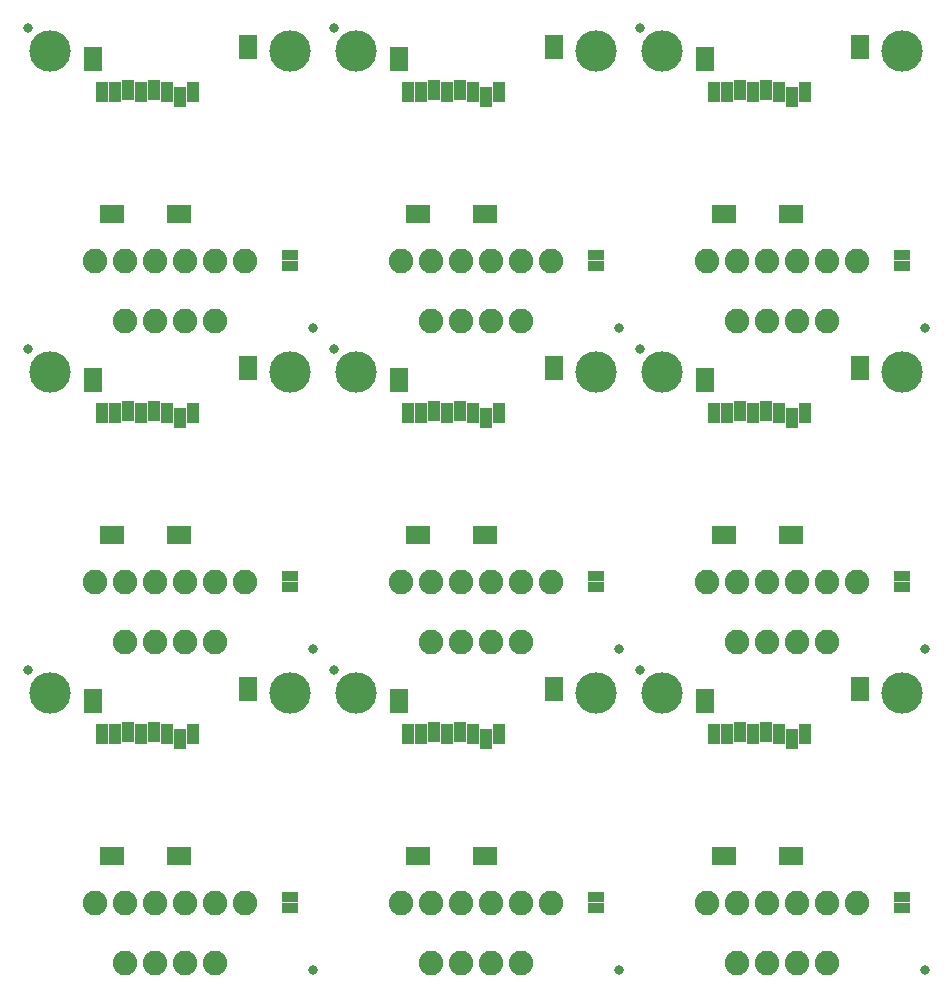
<source format=gbs>
G75*
%MOIN*%
%OFA0B0*%
%FSLAX25Y25*%
%IPPOS*%
%LPD*%
%AMOC8*
5,1,8,0,0,1.08239X$1,22.5*
%
%ADD10R,0.07887X0.06312*%
%ADD11R,0.03950X0.06706*%
%ADD12R,0.06312X0.08280*%
%ADD13C,0.03300*%
%ADD14C,0.08200*%
%ADD15R,0.05800X0.03300*%
%ADD16C,0.13800*%
D10*
X0057071Y0067075D03*
X0079512Y0067075D03*
X0159071Y0067075D03*
X0181512Y0067075D03*
X0261071Y0067075D03*
X0283512Y0067075D03*
X0283512Y0174075D03*
X0261071Y0174075D03*
X0181512Y0174075D03*
X0159071Y0174075D03*
X0079512Y0174075D03*
X0057071Y0174075D03*
X0057071Y0281075D03*
X0079512Y0281075D03*
X0159071Y0281075D03*
X0181512Y0281075D03*
X0261071Y0281075D03*
X0283512Y0281075D03*
D11*
X0283866Y0320051D03*
X0279535Y0321626D03*
X0275205Y0322413D03*
X0270874Y0321626D03*
X0266543Y0322413D03*
X0262213Y0321626D03*
X0257882Y0321626D03*
X0288197Y0321626D03*
X0186197Y0321626D03*
X0181866Y0320051D03*
X0177535Y0321626D03*
X0173205Y0322413D03*
X0168874Y0321626D03*
X0164543Y0322413D03*
X0160213Y0321626D03*
X0155882Y0321626D03*
X0084197Y0321626D03*
X0079866Y0320051D03*
X0075535Y0321626D03*
X0071205Y0322413D03*
X0066874Y0321626D03*
X0062543Y0322413D03*
X0058213Y0321626D03*
X0053882Y0321626D03*
X0062543Y0215413D03*
X0058213Y0214626D03*
X0053882Y0214626D03*
X0066874Y0214626D03*
X0071205Y0215413D03*
X0075535Y0214626D03*
X0079866Y0213051D03*
X0084197Y0214626D03*
X0155882Y0214626D03*
X0160213Y0214626D03*
X0164543Y0215413D03*
X0168874Y0214626D03*
X0173205Y0215413D03*
X0177535Y0214626D03*
X0181866Y0213051D03*
X0186197Y0214626D03*
X0257882Y0214626D03*
X0262213Y0214626D03*
X0266543Y0215413D03*
X0270874Y0214626D03*
X0275205Y0215413D03*
X0279535Y0214626D03*
X0283866Y0213051D03*
X0288197Y0214626D03*
X0275205Y0108413D03*
X0279535Y0107626D03*
X0283866Y0106051D03*
X0288197Y0107626D03*
X0270874Y0107626D03*
X0266543Y0108413D03*
X0262213Y0107626D03*
X0257882Y0107626D03*
X0186197Y0107626D03*
X0181866Y0106051D03*
X0177535Y0107626D03*
X0173205Y0108413D03*
X0168874Y0107626D03*
X0164543Y0108413D03*
X0160213Y0107626D03*
X0155882Y0107626D03*
X0084197Y0107626D03*
X0079866Y0106051D03*
X0075535Y0107626D03*
X0071205Y0108413D03*
X0066874Y0107626D03*
X0062543Y0108413D03*
X0058213Y0107626D03*
X0053882Y0107626D03*
D12*
X0050772Y0118846D03*
X0102543Y0122783D03*
X0152772Y0118846D03*
X0204543Y0122783D03*
X0254772Y0118846D03*
X0306543Y0122783D03*
X0254772Y0225846D03*
X0204543Y0229783D03*
X0152772Y0225846D03*
X0102543Y0229783D03*
X0050772Y0225846D03*
X0050772Y0332846D03*
X0102543Y0336783D03*
X0152772Y0332846D03*
X0204543Y0336783D03*
X0254772Y0332846D03*
X0306543Y0336783D03*
X0306543Y0229783D03*
D13*
X0328000Y0243000D03*
X0233000Y0236000D03*
X0226000Y0243000D03*
X0131000Y0236000D03*
X0124000Y0243000D03*
X0029000Y0236000D03*
X0124000Y0136000D03*
X0131000Y0129000D03*
X0226000Y0136000D03*
X0233000Y0129000D03*
X0328000Y0136000D03*
X0328000Y0029000D03*
X0226000Y0029000D03*
X0124000Y0029000D03*
X0029000Y0129000D03*
X0029000Y0343000D03*
X0131000Y0343000D03*
X0233000Y0343000D03*
D14*
X0051500Y0051500D03*
X0061500Y0051500D03*
X0071500Y0051500D03*
X0081500Y0051500D03*
X0091500Y0051500D03*
X0101500Y0051500D03*
X0091500Y0031500D03*
X0081500Y0031500D03*
X0071500Y0031500D03*
X0061500Y0031500D03*
X0153500Y0051500D03*
X0163500Y0051500D03*
X0173500Y0051500D03*
X0183500Y0051500D03*
X0193500Y0051500D03*
X0203500Y0051500D03*
X0193500Y0031500D03*
X0183500Y0031500D03*
X0173500Y0031500D03*
X0163500Y0031500D03*
X0255500Y0051500D03*
X0265500Y0051500D03*
X0275500Y0051500D03*
X0285500Y0051500D03*
X0295500Y0051500D03*
X0305500Y0051500D03*
X0295500Y0031500D03*
X0285500Y0031500D03*
X0275500Y0031500D03*
X0265500Y0031500D03*
X0265500Y0138500D03*
X0275500Y0138500D03*
X0285500Y0138500D03*
X0295500Y0138500D03*
X0295500Y0158500D03*
X0305500Y0158500D03*
X0285500Y0158500D03*
X0275500Y0158500D03*
X0265500Y0158500D03*
X0255500Y0158500D03*
X0203500Y0158500D03*
X0193500Y0158500D03*
X0183500Y0158500D03*
X0173500Y0158500D03*
X0163500Y0158500D03*
X0153500Y0158500D03*
X0163500Y0138500D03*
X0173500Y0138500D03*
X0183500Y0138500D03*
X0193500Y0138500D03*
X0101500Y0158500D03*
X0091500Y0158500D03*
X0081500Y0158500D03*
X0071500Y0158500D03*
X0061500Y0158500D03*
X0051500Y0158500D03*
X0061500Y0138500D03*
X0071500Y0138500D03*
X0081500Y0138500D03*
X0091500Y0138500D03*
X0091500Y0245500D03*
X0081500Y0245500D03*
X0071500Y0245500D03*
X0061500Y0245500D03*
X0061500Y0265500D03*
X0071500Y0265500D03*
X0081500Y0265500D03*
X0091500Y0265500D03*
X0101500Y0265500D03*
X0051500Y0265500D03*
X0153500Y0265500D03*
X0163500Y0265500D03*
X0173500Y0265500D03*
X0183500Y0265500D03*
X0193500Y0265500D03*
X0203500Y0265500D03*
X0193500Y0245500D03*
X0183500Y0245500D03*
X0173500Y0245500D03*
X0163500Y0245500D03*
X0255500Y0265500D03*
X0265500Y0265500D03*
X0275500Y0265500D03*
X0285500Y0265500D03*
X0295500Y0265500D03*
X0305500Y0265500D03*
X0295500Y0245500D03*
X0285500Y0245500D03*
X0275500Y0245500D03*
X0265500Y0245500D03*
D15*
X0218500Y0263728D03*
X0218500Y0267272D03*
X0116500Y0267272D03*
X0116500Y0263728D03*
X0116500Y0160272D03*
X0116500Y0156728D03*
X0218500Y0156728D03*
X0218500Y0160272D03*
X0320500Y0160272D03*
X0320500Y0156728D03*
X0320500Y0053272D03*
X0320500Y0049728D03*
X0218500Y0049728D03*
X0218500Y0053272D03*
X0116500Y0053272D03*
X0116500Y0049728D03*
X0320500Y0263728D03*
X0320500Y0267272D03*
D16*
X0320500Y0228500D03*
X0240500Y0228500D03*
X0218500Y0228500D03*
X0138500Y0228500D03*
X0116500Y0228500D03*
X0036500Y0228500D03*
X0036500Y0335500D03*
X0116500Y0335500D03*
X0138500Y0335500D03*
X0218500Y0335500D03*
X0240500Y0335500D03*
X0320500Y0335500D03*
X0320500Y0121500D03*
X0240500Y0121500D03*
X0218500Y0121500D03*
X0138500Y0121500D03*
X0116500Y0121500D03*
X0036500Y0121500D03*
M02*

</source>
